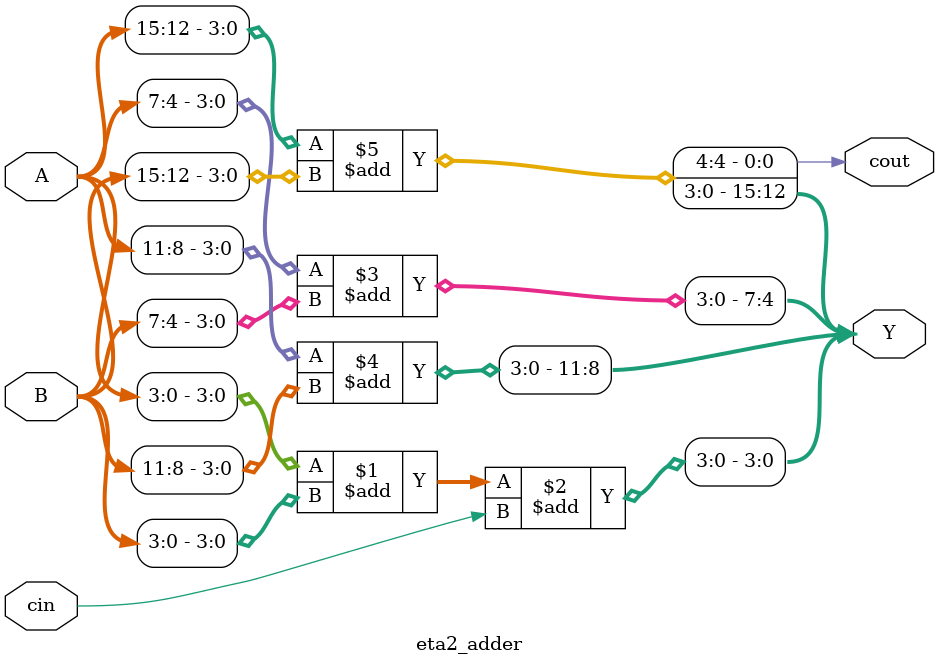
<source format=v>

module eta2_adder (
	//Inputs	
	A,
	B,
	cin,
	//Outputs
	Y,
	cout
	);
	
	//Listing all the ports
	input [15:0] A;
	input [15:0] B;
	input cin;
	output [15:0] Y;
	output cout;
	
//	reg gnd = 1'b0;
//	reg c1, c2, c3;
	assign Y[3:0] = A[3:0] + B[3:0] + cin;
	assign Y[7:4] = A[7:4] + B[7:4] ;
	assign Y[11:8] = A[11:8] + B[11:8];
	assign {cout, Y[15:12]} = A[15:12] + B[15:12];
	

endmodule

	

			
			
			
			
			
			
			
			
			
			
			
			
			
			
			
			
</source>
